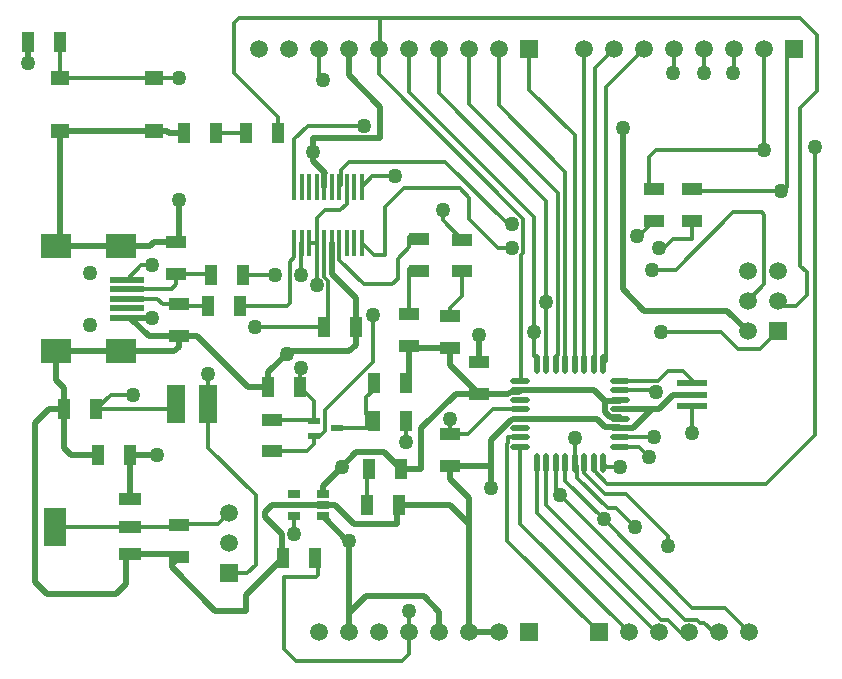
<source format=gtl>
G04*
G04 #@! TF.GenerationSoftware,Altium Limited,Altium Designer,18.0.9 (584)*
G04*
G04 Layer_Physical_Order=1*
G04 Layer_Color=255*
%FSLAX25Y25*%
%MOIN*%
G70*
G01*
G75*
%ADD19R,0.06693X0.04331*%
%ADD20R,0.06102X0.05118*%
%ADD21R,0.04331X0.06693*%
%ADD22O,0.06496X0.02165*%
%ADD23O,0.02165X0.06496*%
%ADD24R,0.07284X0.12598*%
%ADD25R,0.07284X0.03937*%
%ADD26R,0.03937X0.02756*%
%ADD27R,0.09843X0.01968*%
%ADD28R,0.05906X0.12598*%
%ADD29R,0.11811X0.01968*%
%ADD30R,0.09843X0.07874*%
%ADD31R,0.03937X0.01968*%
%ADD32O,0.01575X0.08858*%
%ADD52C,0.01181*%
%ADD53C,0.02000*%
%ADD54C,0.05906*%
%ADD55R,0.05906X0.05906*%
%ADD56R,0.05906X0.05906*%
%ADD57C,0.05000*%
%ADD58C,0.04943*%
D19*
X145600Y78915D02*
D03*
Y68285D02*
D03*
X86400Y83715D02*
D03*
Y73085D02*
D03*
X155275Y92285D02*
D03*
Y102915D02*
D03*
X55200Y37885D02*
D03*
Y48515D02*
D03*
X145600Y107485D02*
D03*
Y118115D02*
D03*
X132000Y108285D02*
D03*
Y118915D02*
D03*
X149600Y143715D02*
D03*
Y133085D02*
D03*
X135200Y144000D02*
D03*
Y133370D02*
D03*
X226400Y149885D02*
D03*
Y160515D02*
D03*
X213600Y149885D02*
D03*
Y160515D02*
D03*
X55200Y122115D02*
D03*
Y111485D02*
D03*
X54400Y132285D02*
D03*
Y142915D02*
D03*
D20*
X46850Y179942D02*
D03*
X15550D02*
D03*
X46850Y197658D02*
D03*
X15550D02*
D03*
D21*
X120383Y83200D02*
D03*
X131013D02*
D03*
X5085Y209600D02*
D03*
X15715D02*
D03*
X28285Y72000D02*
D03*
X38915D02*
D03*
X89885Y37600D02*
D03*
X100515D02*
D03*
X129315Y67200D02*
D03*
X118685D02*
D03*
X88230Y179200D02*
D03*
X77600D02*
D03*
X57085D02*
D03*
X67715D02*
D03*
X128515Y55200D02*
D03*
X117885D02*
D03*
X131013Y96000D02*
D03*
X120383D02*
D03*
X65885Y132000D02*
D03*
X76515D02*
D03*
X65085Y121600D02*
D03*
X75715D02*
D03*
X95715Y94400D02*
D03*
X85085D02*
D03*
X114115Y114400D02*
D03*
X103485D02*
D03*
X27715Y87200D02*
D03*
X17085D02*
D03*
D22*
X202135Y74576D02*
D03*
Y77726D02*
D03*
Y80876D02*
D03*
Y84025D02*
D03*
Y87175D02*
D03*
Y90324D02*
D03*
Y93474D02*
D03*
Y96624D02*
D03*
X169065D02*
D03*
Y93474D02*
D03*
Y90324D02*
D03*
Y87175D02*
D03*
Y84025D02*
D03*
Y80876D02*
D03*
Y77726D02*
D03*
Y74576D02*
D03*
D23*
X196624Y102135D02*
D03*
X193474D02*
D03*
X190324D02*
D03*
X187175D02*
D03*
X184025D02*
D03*
X180876D02*
D03*
X177726D02*
D03*
X174576D02*
D03*
Y69065D02*
D03*
X177726D02*
D03*
X180876D02*
D03*
X184025D02*
D03*
X187175D02*
D03*
X190324D02*
D03*
X193474D02*
D03*
X196624D02*
D03*
D24*
X13900Y48000D02*
D03*
D25*
X38900Y57055D02*
D03*
Y48000D02*
D03*
Y38945D02*
D03*
D26*
X93676Y51460D02*
D03*
Y58940D02*
D03*
X103124D02*
D03*
Y55200D02*
D03*
Y51460D02*
D03*
D27*
X226400Y95937D02*
D03*
Y92000D02*
D03*
Y88063D02*
D03*
D28*
X65030Y88800D02*
D03*
X54400Y88800D02*
D03*
D29*
X37835Y130299D02*
D03*
Y127150D02*
D03*
Y124000D02*
D03*
X37815Y120850D02*
D03*
Y117701D02*
D03*
D30*
X14410Y106480D02*
D03*
X35866D02*
D03*
X14410Y141520D02*
D03*
X35866D02*
D03*
D31*
X108000Y80800D02*
D03*
X100224Y78241D02*
D03*
Y83359D02*
D03*
D32*
X116193Y161284D02*
D03*
X113693D02*
D03*
X111194D02*
D03*
X108694D02*
D03*
X106193D02*
D03*
X103693D02*
D03*
X101193D02*
D03*
X98694D02*
D03*
X96193D02*
D03*
X93694D02*
D03*
X116193Y142584D02*
D03*
X113693D02*
D03*
X111194D02*
D03*
X108694D02*
D03*
X106193D02*
D03*
X103693D02*
D03*
X101193D02*
D03*
X98694D02*
D03*
X96193D02*
D03*
X93694D02*
D03*
D52*
X257874Y204674D02*
X260400Y207200D01*
X257874Y161074D02*
Y204674D01*
X256800Y160000D02*
X257874Y161074D01*
X262205Y187402D02*
X268000Y193197D01*
X262205Y135014D02*
Y187402D01*
Y135014D02*
X264491Y132729D01*
X268000Y193197D02*
Y212000D01*
X220400Y198800D02*
Y207200D01*
X198272Y54090D02*
X201109D01*
X188051Y64311D02*
X198272Y54090D01*
X188051Y64311D02*
Y68188D01*
X197280Y59019D02*
X204181D01*
X190324Y65975D02*
X197280Y59019D01*
X190324Y65975D02*
Y69065D01*
X251005Y62205D02*
X267200Y78400D01*
X198103Y62205D02*
X251005D01*
X193474Y66834D02*
X198103Y62205D01*
X193474Y66834D02*
Y69065D01*
X98135Y181600D02*
X116000D01*
X93694Y177158D02*
X98135Y181600D01*
X93694Y161284D02*
Y177158D01*
X173600Y112800D02*
Y151200D01*
X152000Y188800D02*
X181496Y159304D01*
Y105077D02*
Y159304D01*
X180876Y104456D02*
X181496Y105077D01*
X194095Y200894D02*
X200400Y207200D01*
X194095Y102756D02*
Y200894D01*
X193474Y102135D02*
X194095Y102756D01*
X164626Y43374D02*
Y75518D01*
Y43374D02*
X195200Y12800D01*
X164626Y75518D02*
X164926Y75818D01*
X104000Y86813D02*
X120000Y102813D01*
X104000Y80000D02*
Y86813D01*
X102241Y78241D02*
X104000Y80000D01*
X233600Y12800D02*
X235200D01*
X230400Y16000D02*
X233600Y12800D01*
X228800Y16000D02*
X230400D01*
X224543Y10657D02*
Y13457D01*
X218257Y16943D02*
X224543Y10657D01*
X227857Y16943D02*
X228800Y16000D01*
X223857Y16943D02*
X227857D01*
X224543Y13457D02*
X225200Y12800D01*
X215857Y16943D02*
X218257D01*
X80460Y114400D02*
X103485D01*
X96000Y132000D02*
Y142390D01*
X96193Y142584D01*
X92128Y122528D02*
Y136313D01*
X91200Y121600D02*
X92128Y122528D01*
X76515Y132000D02*
X87200D01*
X187175Y69065D02*
X187200Y69090D01*
Y77600D01*
X170091Y139271D02*
Y150709D01*
X169291Y138471D02*
X170091Y139271D01*
X169291Y96850D02*
Y138471D01*
X161600Y140800D02*
X166400D01*
X122000Y198800D02*
X170091Y150709D01*
X164800Y148800D02*
X166400D01*
X143911Y169689D02*
X164800Y148800D01*
X169065Y96624D02*
X169291Y96850D01*
X173600Y104800D02*
Y112800D01*
Y104800D02*
X174576Y103824D01*
X132000Y192800D02*
X173600Y151200D01*
X46850Y197658D02*
X55258D01*
X132000Y141080D02*
Y144515D01*
X126400Y128800D02*
X128145Y130545D01*
X116800Y128800D02*
X126400D01*
X108694Y136907D02*
X116800Y128800D01*
X128145Y137225D02*
X132000Y141080D01*
X128145Y130545D02*
Y137225D01*
X119709Y164800D02*
X126400D01*
X116193Y161284D02*
X119709Y164800D01*
X117627Y85573D02*
X117983Y85217D01*
X117627Y85573D02*
Y91108D01*
X120181Y93662D01*
X120000Y102813D02*
Y118400D01*
X120181Y93662D02*
Y96202D01*
X120383Y96000D01*
X100224Y78241D02*
X102241D01*
X116193Y142584D02*
X119200Y139577D01*
X120377Y138400D01*
X124000D01*
Y154400D01*
X130400Y160800D01*
X148800D01*
X152000Y157600D01*
Y150400D02*
Y157600D01*
Y150400D02*
X161600Y140800D01*
X216800D02*
X220000Y144000D01*
X177726Y102135D02*
Y156674D01*
X220800Y133600D02*
X240000Y152800D01*
X212800Y133600D02*
X220800D01*
X220000Y144000D02*
X226400D01*
Y149885D01*
X208515Y144800D02*
X213600Y149885D01*
X208000Y144800D02*
X208515D01*
X112000Y169689D02*
X143911D01*
X109216Y166904D02*
X112000Y169689D01*
X109216Y161806D02*
Y166904D01*
X108694Y161284D02*
X109216Y161806D01*
X109099Y153600D02*
X111194Y155694D01*
X104000Y153600D02*
X109099D01*
X101193Y150794D02*
X104000Y153600D01*
X101193Y142584D02*
Y150794D01*
X111194Y155694D02*
Y161284D01*
X196800Y50400D02*
X226400Y20800D01*
X184025Y63175D02*
X196800Y50400D01*
X213726Y93474D02*
X214400Y92800D01*
X215024Y96624D02*
X218400Y100000D01*
X202135Y96624D02*
X215024D01*
X201109Y54090D02*
X207200Y48000D01*
X187175Y69065D02*
X188051Y68188D01*
X218400Y41600D02*
Y44800D01*
X204181Y59019D02*
X218400Y44800D01*
X248800Y107200D02*
X254800Y113200D01*
X241600Y107200D02*
X248800D01*
X236000Y112800D02*
X241600Y107200D01*
X216000Y112800D02*
X236000D01*
X202135Y93474D02*
X213726D01*
X142000Y192400D02*
X177726Y156674D01*
X180876Y59924D02*
X182400Y58400D01*
X223857Y16943D01*
X256000Y160000D02*
X256800D01*
X226915D02*
X256000D01*
X214400Y173600D02*
X250400D01*
X212000Y171200D02*
X214400Y173600D01*
X244800Y123200D02*
X250400Y128800D01*
Y152000D01*
X164926Y75818D02*
Y77726D01*
X254800Y123200D02*
X256400Y121600D01*
X260800D01*
X264491Y125291D01*
Y132729D01*
X262400Y217600D02*
X268000Y212000D01*
X122400Y217600D02*
X262400D01*
X152000Y188800D02*
Y207200D01*
X142000Y192400D02*
Y207200D01*
X162000Y188400D02*
Y207200D01*
Y188400D02*
X184025Y166375D01*
X172000Y193600D02*
Y207200D01*
Y193600D02*
X187175Y178425D01*
X184025Y102135D02*
Y166375D01*
X187175Y102135D02*
Y178425D01*
X132000Y192800D02*
Y207200D01*
X190400Y102211D02*
Y207200D01*
X75200Y217600D02*
X122400D01*
Y207600D02*
Y217600D01*
X122000Y198800D02*
Y207200D01*
X174576Y102135D02*
Y103824D01*
X180876Y102135D02*
Y104456D01*
X240000Y152800D02*
X249600D01*
X250400Y152000D01*
X180876Y59924D02*
Y69065D01*
X226400Y20800D02*
X237200D01*
X184025Y63175D02*
Y69065D01*
X177726Y55074D02*
X215857Y16943D01*
X177726Y55074D02*
Y69065D01*
X42735Y135200D02*
X46400D01*
X37835Y130299D02*
X42735Y135200D01*
X32515Y92000D02*
X40000D01*
X27715Y87200D02*
X32515Y92000D01*
X27715Y87200D02*
X52800D01*
X54400Y88800D01*
X143200Y150115D02*
Y153600D01*
Y150115D02*
X149600Y143715D01*
X145600Y78915D02*
Y82400D01*
X102000Y198800D02*
X102400Y198400D01*
X102000Y198800D02*
Y207200D01*
X122000D02*
X122400Y207600D01*
X73600Y216000D02*
X75200Y217600D01*
X73600Y199200D02*
Y216000D01*
Y199200D02*
X88230Y184570D01*
Y179200D02*
Y184570D01*
X208624Y74576D02*
X212000Y71200D01*
X202135Y74576D02*
X208624D01*
X202135Y77726D02*
X213474D01*
X230400Y199200D02*
Y207200D01*
Y198400D02*
Y199200D01*
X267200Y78400D02*
Y173600D01*
X196624Y69065D02*
X197688Y68000D01*
X202400D01*
X237200Y20800D02*
X245200Y12800D01*
X240400Y199600D02*
Y207200D01*
X250400Y173600D02*
Y207200D01*
X164926Y77726D02*
X169065D01*
Y48935D02*
Y74576D01*
Y48935D02*
X205200Y12800D01*
X145600Y78915D02*
X151715D01*
X159975Y87175D01*
X196624Y102135D02*
X197600Y103112D01*
Y194400D01*
X210400Y207200D01*
X190324Y102135D02*
X190400Y102211D01*
X226400Y80800D02*
Y88063D01*
Y95937D02*
Y96800D01*
X223200Y100000D02*
X226400Y96800D01*
X218400Y100000D02*
X223200D01*
X212000Y162115D02*
X213600Y160515D01*
X212000Y162115D02*
Y171200D01*
X226400Y160515D02*
X226915Y160000D01*
X174576Y52624D02*
Y69065D01*
Y52624D02*
X214400Y12800D01*
X215200D01*
X131013Y76187D02*
Y83200D01*
X108694Y136907D02*
Y142584D01*
X103485Y114400D02*
X104884Y115799D01*
Y129922D01*
X103693Y131113D02*
X104884Y129922D01*
X103693Y131113D02*
Y142584D01*
X101193Y128393D02*
Y142584D01*
X95715Y94400D02*
Y100515D01*
X92128Y136313D02*
X93694Y137878D01*
Y142584D01*
X98694D02*
X101193D01*
X76515Y132000D02*
X76800Y132285D01*
X145600Y118115D02*
Y120800D01*
X149600Y124800D01*
Y133085D01*
X132000Y118915D02*
Y133885D01*
X159975Y87175D02*
X169065D01*
X117983Y80800D02*
Y85217D01*
X108000Y80800D02*
X117983D01*
X75715Y121600D02*
X91200D01*
X65030Y88800D02*
Y98970D01*
X95715Y94400D02*
X100224Y89890D01*
Y83359D02*
Y89890D01*
X99869Y83715D02*
X100224Y83359D01*
X86400Y83715D02*
X99869D01*
X100224Y75424D02*
Y78241D01*
X97885Y73085D02*
X100224Y75424D01*
X86400Y73085D02*
X97885D01*
X117885Y66400D02*
X118685Y67200D01*
X117885Y55200D02*
Y66400D01*
X93600Y51384D02*
X93676Y51460D01*
X93600Y45600D02*
Y51384D01*
X132000Y12800D02*
Y20000D01*
X100515Y37600D02*
X101600Y36515D01*
Y32000D02*
Y36515D01*
X100800Y31200D02*
X101600Y32000D01*
X90400Y31200D02*
X100800D01*
X90400Y7200D02*
Y31200D01*
Y7200D02*
X94400Y3200D01*
X129600D01*
X132000Y5600D01*
Y12800D01*
X65030Y74170D02*
Y88800D01*
Y74170D02*
X80800Y58400D01*
Y35200D02*
Y58400D01*
X78000Y32400D02*
X80800Y35200D01*
X72000Y32400D02*
X78000D01*
X37835Y127150D02*
X37885Y127200D01*
X52800D01*
X54400Y128800D01*
Y132285D01*
X37835Y124000D02*
X48000D01*
X49885Y122115D01*
X55200D01*
X55715Y121600D01*
X65085D01*
X65600Y132285D02*
X65885Y132000D01*
X54400Y132285D02*
X65600D01*
X67715Y179200D02*
X77600D01*
X15550Y209435D02*
X15715Y209600D01*
X15550Y197658D02*
Y209435D01*
Y197658D02*
X46850D01*
X68400Y48800D02*
X72000Y52400D01*
X55485Y48800D02*
X68400D01*
X55200Y48515D02*
X55485Y48800D01*
X13900Y48000D02*
X38900D01*
X54685D02*
X55200Y48515D01*
X38900Y48000D02*
X54685D01*
D53*
X85085Y99485D02*
X91200Y105600D01*
X92000Y106400D01*
X100000Y172800D02*
Y177600D01*
Y169721D02*
Y172800D01*
X112000Y106400D02*
X114115Y108515D01*
X92000Y106400D02*
X112000D01*
X109600Y68000D02*
X114400Y72800D01*
X103200Y61600D02*
X109600Y68000D01*
X103124Y51460D02*
X112000Y42584D01*
X114115Y108515D02*
Y114400D01*
X103693Y165803D02*
X103806Y165915D01*
X103693Y161284D02*
Y165803D01*
X100000Y177600D02*
X115002D01*
X100000Y169721D02*
X103806Y165915D01*
X118598Y177600D02*
X122400D01*
X118498Y177500D02*
X118598Y177600D01*
X115102Y177500D02*
X118498D01*
X115002Y177600D02*
X115102Y177500D01*
X122400Y177600D02*
Y188000D01*
X112000Y198400D02*
X122400Y188000D01*
X112000Y198400D02*
Y207200D01*
X203200Y127200D02*
Y180800D01*
Y127200D02*
X210400Y120000D01*
X238000D01*
X244800Y113200D01*
X215175Y87175D02*
X220000Y92000D01*
X212800Y87175D02*
X215175D01*
X159200Y68000D02*
Y76970D01*
Y61600D02*
Y68000D01*
X158915Y68285D02*
X159200Y68000D01*
X145600Y68285D02*
X158915D01*
X197287Y89858D02*
X202135D01*
X193671Y93474D02*
X197287Y89858D01*
X169065Y93474D02*
X193671D01*
X201669Y81343D02*
X202135Y80876D01*
X197287Y81343D02*
X201669D01*
X194605Y84025D02*
X197287Y81343D01*
X169065Y84025D02*
X194605D01*
X198859Y84492D02*
X202135D01*
Y89858D02*
Y90324D01*
X197287Y86064D02*
Y89858D01*
Y86064D02*
X198859Y84492D01*
X202135Y84025D02*
Y84492D01*
X159200Y76970D02*
X165788Y83558D01*
X155275Y102915D02*
Y111925D01*
X5085Y203485D02*
Y209600D01*
X39099Y117701D02*
X46299D01*
X46400Y117600D01*
X55200Y143715D02*
Y156800D01*
X54400Y142915D02*
X55200Y143715D01*
X206501Y80876D02*
X212800Y87175D01*
X202135Y80876D02*
X206501D01*
X155275Y92285D02*
X165066D01*
X165788Y93007D01*
X168598D01*
X169065Y93474D01*
X202135Y87175D02*
X212800D01*
X220000Y92000D02*
X226400D01*
X136000Y80800D02*
X147485Y92285D01*
X136000Y67200D02*
Y80800D01*
X147485Y92285D02*
X155275D01*
X129315Y67200D02*
X136000D01*
X145600Y101960D02*
Y107485D01*
Y101960D02*
X155275Y92285D01*
X132800Y107485D02*
X145600D01*
X132000Y108285D02*
X132800Y107485D01*
X131013Y96000D02*
X132000Y96987D01*
Y108285D01*
X114115Y114400D02*
Y124285D01*
X106193Y132206D02*
X114115Y124285D01*
X106193Y132206D02*
Y142584D01*
X86400Y55200D02*
X103124D01*
X84000Y52800D02*
X86400Y55200D01*
X84000Y51200D02*
Y52800D01*
Y51200D02*
X89500Y45700D01*
Y37985D02*
Y45700D01*
Y37985D02*
X89885Y37600D01*
X85085Y94400D02*
Y99485D01*
X128000Y54685D02*
X128515Y55200D01*
X128000Y48800D02*
Y54685D01*
X113600Y48800D02*
X128000D01*
X107200Y55200D02*
X113600Y48800D01*
X103124Y55200D02*
X107200D01*
X123715Y72800D02*
X129315Y67200D01*
X114400Y72800D02*
X123715D01*
X103200Y59016D02*
Y61600D01*
X103124Y58940D02*
X103200Y59016D01*
X112000Y19200D02*
Y42584D01*
X117600Y24800D02*
X136800D01*
X112000Y19200D02*
X117600Y24800D01*
X136800D02*
X142000Y19600D01*
X38915Y72000D02*
X48000D01*
X38915Y57070D02*
X38930Y57055D01*
X39745D01*
X38900D02*
X38930D01*
X39745D02*
X40000Y56800D01*
X38930Y57055D02*
X39185Y56800D01*
X40000D01*
X142000Y12800D02*
Y19600D01*
X112000Y12800D02*
Y19200D01*
X111200Y12000D02*
X112000Y12800D01*
X152000Y48800D02*
Y57600D01*
Y12800D02*
Y48800D01*
X145600Y55200D02*
X152000Y48800D01*
X128515Y55200D02*
X145600D01*
X152000Y12800D02*
X162000D01*
X145600Y64000D02*
Y68285D01*
Y64000D02*
X152000Y57600D01*
X78400Y94400D02*
X85085D01*
X61315Y111485D02*
X78400Y94400D01*
X52800Y34400D02*
X67200Y20000D01*
X52800Y34400D02*
Y35485D01*
X77600Y20000D02*
Y25315D01*
X67200Y20000D02*
X77600D01*
X52800Y35485D02*
X55200Y37885D01*
X77600Y25315D02*
X89885Y37600D01*
X54140Y38945D02*
X55200Y37885D01*
X38900Y38945D02*
X54140D01*
X55200Y111485D02*
X61315D01*
X14410Y141520D02*
X15550Y142661D01*
Y179942D01*
X37815Y117701D02*
X39099D01*
X45315Y111485D01*
X55200D01*
X52000Y179200D02*
X57085D01*
X51258Y179942D02*
X52000Y179200D01*
X46850Y179942D02*
X51258D01*
X15550D02*
X46850D01*
X46915Y142915D02*
X54400D01*
X45520Y141520D02*
X46915Y142915D01*
X35866Y141520D02*
X45520D01*
X55200Y108000D02*
Y111485D01*
X53680Y106480D02*
X55200Y108000D01*
X35866Y106480D02*
X53680D01*
X14410Y141520D02*
X35866D01*
X14410Y106480D02*
X35866D01*
X14410Y96790D02*
Y106480D01*
Y96790D02*
X17085Y94115D01*
Y87200D02*
Y94115D01*
X12000Y87200D02*
X17085D01*
X7200Y82400D02*
X12000Y87200D01*
X7200Y29600D02*
Y82400D01*
Y29600D02*
X11200Y25600D01*
X34400D01*
X37600Y28800D01*
Y37645D01*
X38900Y38945D01*
X38915Y57070D02*
Y72000D01*
X17085Y74115D02*
Y87200D01*
Y74115D02*
X19200Y72000D01*
X28285D01*
D54*
X244800Y133200D02*
D03*
X254800D02*
D03*
X244800Y123200D02*
D03*
X254800D02*
D03*
X244800Y113200D02*
D03*
X72000Y42400D02*
D03*
Y52400D02*
D03*
X205200Y12800D02*
D03*
X215200D02*
D03*
X225200D02*
D03*
X235200D02*
D03*
X245200D02*
D03*
X250400Y207200D02*
D03*
X240400D02*
D03*
X230400D02*
D03*
X220400D02*
D03*
X210400D02*
D03*
X200400D02*
D03*
X190400D02*
D03*
X162000Y12800D02*
D03*
X152000D02*
D03*
X142000D02*
D03*
X132000D02*
D03*
X122000D02*
D03*
X112000D02*
D03*
X102000D02*
D03*
X152000Y207200D02*
D03*
X82000D02*
D03*
X92000D02*
D03*
X102000D02*
D03*
X112000D02*
D03*
X122000D02*
D03*
X132000D02*
D03*
X142000D02*
D03*
X162000D02*
D03*
D55*
X254800Y113200D02*
D03*
X72000Y32400D02*
D03*
D56*
X195200Y12800D02*
D03*
X260400Y207200D02*
D03*
X172000Y12800D02*
D03*
Y207200D02*
D03*
D57*
X177559Y122835D02*
D03*
X91200Y105600D02*
D03*
X80460Y114400D02*
D03*
X96000Y132000D02*
D03*
X87200D02*
D03*
X100000Y172800D02*
D03*
X112000Y43200D02*
D03*
X109600Y68000D02*
D03*
X187200Y77600D02*
D03*
X166400Y140800D02*
D03*
Y148800D02*
D03*
X173600Y112800D02*
D03*
X55258Y197658D02*
D03*
X127200Y164800D02*
D03*
X120000Y118400D02*
D03*
X96000Y100800D02*
D03*
X215200Y140800D02*
D03*
X212800Y133600D02*
D03*
X208000Y144800D02*
D03*
X116800Y181600D02*
D03*
X203200Y180800D02*
D03*
X214400Y92800D02*
D03*
X207200Y48000D02*
D03*
X216000Y112800D02*
D03*
X182400Y58400D02*
D03*
X256000Y160000D02*
D03*
X218400Y41600D02*
D03*
X159200Y60800D02*
D03*
X155275Y111925D02*
D03*
X196800Y50400D02*
D03*
X46400Y135200D02*
D03*
X4800Y202400D02*
D03*
X40000Y92000D02*
D03*
X46400Y117600D02*
D03*
X55200Y156800D02*
D03*
X143200Y153600D02*
D03*
X145600Y84000D02*
D03*
X103200Y196800D02*
D03*
X226400Y79200D02*
D03*
X213474Y77726D02*
D03*
X212000Y71200D02*
D03*
X250400Y173600D02*
D03*
X267200Y174400D02*
D03*
X202400Y68000D02*
D03*
X220000Y199200D02*
D03*
X230400D02*
D03*
X240000D02*
D03*
X131013Y76187D02*
D03*
X101193Y128393D02*
D03*
X65030Y98970D02*
D03*
X93600Y45600D02*
D03*
X132000Y20000D02*
D03*
X48000Y72000D02*
D03*
D58*
X25709Y132661D02*
D03*
Y115339D02*
D03*
M02*

</source>
